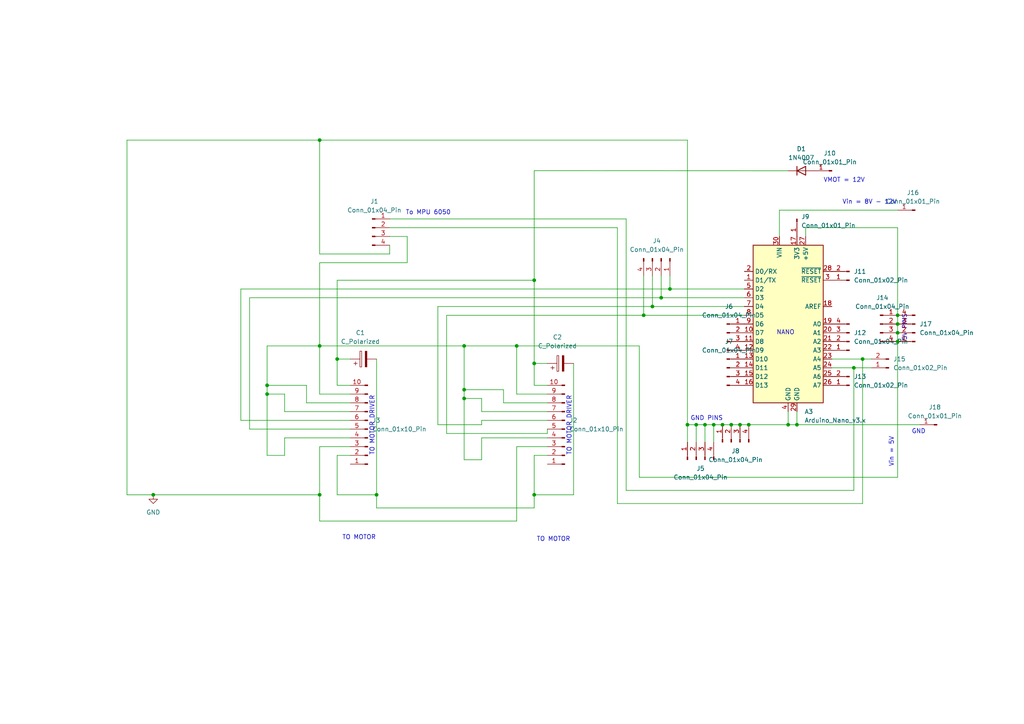
<source format=kicad_sch>
(kicad_sch (version 20231120) (generator "eeschema") (generator_version "8.0")
  (paper "A4")
  (lib_symbols
    (symbol "Connector:Conn_01x01_Pin" (pin_names (offset 1.016) hide)
      (property "Reference" "J" (at 0 2.54 0))
      (property "Value" "Conn_01x01_Pin" (at 0 -2.54 0))
      (symbol "Conn_01x01_Pin_1_1"
        (polyline (pts (xy 1.27 0) (xy 0.8636 0)) (stroke (width 0.1524)))
        (rectangle (start 0.8636 0.127) (end 0 -0.127) (stroke (width 0.1524)) (fill (type outline)))
        (pin passive line (at 5.08 0 180) (length 3.81) (name "Pin_1") (number "1"))
      )
    )
    (symbol "Connector:Conn_01x02_Pin" (pin_names (offset 1.016) hide)
      (property "Reference" "J" (at 0 2.54 0))
      (property "Value" "Conn_01x02_Pin" (at 0 -5.08 0))
      (symbol "Conn_01x02_Pin_1_1"
        (polyline (pts (xy 1.27 -2.54) (xy 0.8636 -2.54)) (stroke (width 0.1524)))
        (polyline (pts (xy 1.27 0) (xy 0.8636 0)) (stroke (width 0.1524)))
        (rectangle (start 0.8636 -2.413) (end 0 -2.667) (stroke (width 0.1524)) (fill (type outline)))
        (rectangle (start 0.8636 0.127) (end 0 -0.127) (stroke (width 0.1524)) (fill (type outline)))
        (pin passive line (at 5.08 0 180) (length 3.81) (name "Pin_1") (number "1"))
        (pin passive line (at 5.08 -2.54 180) (length 3.81) (name "Pin_2") (number "2"))
      )
    )
    (symbol "Connector:Conn_01x04_Pin" (pin_names (offset 1.016) hide)
      (property "Reference" "J" (at 0 5.08 0))
      (property "Value" "Conn_01x04_Pin" (at 0 -7.62 0))
      (symbol "Conn_01x04_Pin_1_1"
        (polyline (pts (xy 1.27 -5.08) (xy 0.8636 -5.08)) (stroke (width 0.1524)))
        (polyline (pts (xy 1.27 -2.54) (xy 0.8636 -2.54)) (stroke (width 0.1524)))
        (polyline (pts (xy 1.27 0) (xy 0.8636 0)) (stroke (width 0.1524)))
        (polyline (pts (xy 1.27 2.54) (xy 0.8636 2.54)) (stroke (width 0.1524)))
        (rectangle (start 0.8636 -4.953) (end 0 -5.207) (stroke (width 0.1524)) (fill (type outline)))
        (rectangle (start 0.8636 -2.413) (end 0 -2.667) (stroke (width 0.1524)) (fill (type outline)))
        (rectangle (start 0.8636 0.127) (end 0 -0.127) (stroke (width 0.1524)) (fill (type outline)))
        (rectangle (start 0.8636 2.667) (end 0 2.413) (stroke (width 0.1524)) (fill (type outline)))
        (pin passive line (at 5.08 2.54 180) (length 3.81) (name "Pin_1") (number "1"))
        (pin passive line (at 5.08 0 180) (length 3.81) (name "Pin_2") (number "2"))
        (pin passive line (at 5.08 -2.54 180) (length 3.81) (name "Pin_3") (number "3"))
        (pin passive line (at 5.08 -5.08 180) (length 3.81) (name "Pin_4") (number "4"))
      )
    )
    (symbol "Connector:Conn_01x10_Pin" (pin_names (offset 1.016) hide)
      (property "Reference" "J" (at 0 12.7 0))
      (property "Value" "Conn_01x10_Pin" (at 0 -15.24 0))
      (symbol "Conn_01x10_Pin_1_1"
        (polyline (pts (xy 1.27 -12.7) (xy 0.8636 -12.7)) (stroke (width 0.1524)))
        (polyline (pts (xy 1.27 -10.16) (xy 0.8636 -10.16)) (stroke (width 0.1524)))
        (polyline (pts (xy 1.27 -7.62) (xy 0.8636 -7.62)) (stroke (width 0.1524)))
        (polyline (pts (xy 1.27 -5.08) (xy 0.8636 -5.08)) (stroke (width 0.1524)))
        (polyline (pts (xy 1.27 -2.54) (xy 0.8636 -2.54)) (stroke (width 0.1524)))
        (polyline (pts (xy 1.27 0) (xy 0.8636 0)) (stroke (width 0.1524)))
        (polyline (pts (xy 1.27 2.54) (xy 0.8636 2.54)) (stroke (width 0.1524)))
        (polyline (pts (xy 1.27 5.08) (xy 0.8636 5.08)) (stroke (width 0.1524)))
        (polyline (pts (xy 1.27 7.62) (xy 0.8636 7.62)) (stroke (width 0.1524)))
        (polyline (pts (xy 1.27 10.16) (xy 0.8636 10.16)) (stroke (width 0.1524)))
        (rectangle (start 0.8636 -12.573) (end 0 -12.827) (stroke (width 0.1524)) (fill (type outline)))
        (rectangle (start 0.8636 -10.033) (end 0 -10.287) (stroke (width 0.1524)) (fill (type outline)))
        (rectangle (start 0.8636 -7.493) (end 0 -7.747) (stroke (width 0.1524)) (fill (type outline)))
        (rectangle (start 0.8636 -4.953) (end 0 -5.207) (stroke (width 0.1524)) (fill (type outline)))
        (rectangle (start 0.8636 -2.413) (end 0 -2.667) (stroke (width 0.1524)) (fill (type outline)))
        (rectangle (start 0.8636 0.127) (end 0 -0.127) (stroke (width 0.1524)) (fill (type outline)))
        (rectangle (start 0.8636 2.667) (end 0 2.413) (stroke (width 0.1524)) (fill (type outline)))
        (rectangle (start 0.8636 5.207) (end 0 4.953) (stroke (width 0.1524)) (fill (type outline)))
        (rectangle (start 0.8636 7.747) (end 0 7.493) (stroke (width 0.1524)) (fill (type outline)))
        (rectangle (start 0.8636 10.287) (end 0 10.033) (stroke (width 0.1524)) (fill (type outline)))
        (pin passive line (at 5.08 10.16 180) (length 3.81) (name "Pin_1") (number "1"))
        (pin passive line (at 5.08 -12.7 180) (length 3.81) (name "Pin_10") (number "10"))
        (pin passive line (at 5.08 7.62 180) (length 3.81) (name "Pin_2") (number "2"))
        (pin passive line (at 5.08 5.08 180) (length 3.81) (name "Pin_3") (number "3"))
        (pin passive line (at 5.08 2.54 180) (length 3.81) (name "Pin_4") (number "4"))
        (pin passive line (at 5.08 0 180) (length 3.81) (name "Pin_5") (number "5"))
        (pin passive line (at 5.08 -2.54 180) (length 3.81) (name "Pin_6") (number "6"))
        (pin passive line (at 5.08 -5.08 180) (length 3.81) (name "Pin_7") (number "7"))
        (pin passive line (at 5.08 -7.62 180) (length 3.81) (name "Pin_8") (number "8"))
        (pin passive line (at 5.08 -10.16 180) (length 3.81) (name "Pin_9") (number "9"))
      )
    )
    (symbol "Device:C_Polarized" (pin_numbers hide) (pin_names (offset 0.254))
      (property "Reference" "C" (at 0.635 2.54 0))
      (property "Value" "C_Polarized" (at 0.635 -2.54 0))
      (symbol "C_Polarized_0_1"
        (rectangle (start -2.286 0.508) (end 2.286 1.016))
        (polyline (pts (xy -1.778 2.286) (xy -0.762 2.286)))
        (polyline (pts (xy -1.27 2.794) (xy -1.27 1.778)))
        (rectangle (start 2.286 -0.508) (end -2.286 -1.016) (fill (type outline)))
      )
      (symbol "C_Polarized_1_1"
        (pin passive line (at 0 3.81 270) (length 2.794) (name "~") (number "1"))
        (pin passive line (at 0 -3.81 90) (length 2.794) (name "~") (number "2"))
      )
    )
    (symbol "Diode:1N4007" (pin_numbers hide) (pin_names hide)
      (property "Reference" "D" (at 0 2.54 0))
      (property "Value" "1N4007" (at 0 -2.54 0))
      (symbol "1N4007_0_1"
        (polyline (pts (xy -1.27 1.27) (xy -1.27 -1.27)) (stroke (width 0.254)))
        (polyline (pts (xy 1.27 0) (xy -1.27 0)))
        (polyline (pts (xy 1.27 1.27) (xy 1.27 -1.27) (xy -1.27 0) (xy 1.27 1.27)) (stroke (width 0.254)))
      )
      (symbol "1N4007_1_1"
        (pin passive line (at -3.81 0 0) (length 2.54) (name "K") (number "1"))
        (pin passive line (at 3.81 0 180) (length 2.54) (name "A") (number "2"))
      )
    )
    (symbol "MCU_Module:Arduino_Nano_v3.x"
      (property "Reference" "A" (at -10.16 23.495 0))
      (property "Value" "Arduino_Nano_v3.x" (at 5.08 -24.13 0))
      (symbol "Arduino_Nano_v3.x_0_1"
        (rectangle (start -10.16 22.86) (end 10.16 -22.86) (stroke (width 0.254)) (fill (type background)))
      )
      (symbol "Arduino_Nano_v3.x_1_1"
        (pin bidirectional line (at -12.7 12.7 0) (length 2.54) (name "D1/TX") (number "1"))
        (pin bidirectional line (at -12.7 -2.54 0) (length 2.54) (name "D7") (number "10"))
        (pin bidirectional line (at -12.7 -5.08 0) (length 2.54) (name "D8") (number "11"))
        (pin bidirectional line (at -12.7 -7.62 0) (length 2.54) (name "D9") (number "12"))
        (pin bidirectional line (at -12.7 -10.16 0) (length 2.54) (name "D10") (number "13"))
        (pin bidirectional line (at -12.7 -12.7 0) (length 2.54) (name "D11") (number "14"))
        (pin bidirectional line (at -12.7 -15.24 0) (length 2.54) (name "D12") (number "15"))
        (pin bidirectional line (at -12.7 -17.78 0) (length 2.54) (name "D13") (number "16"))
        (pin power_out line (at 2.54 25.4 270) (length 2.54) (name "3V3") (number "17"))
        (pin input line (at 12.7 5.08 180) (length 2.54) (name "AREF") (number "18"))
        (pin bidirectional line (at 12.7 0 180) (length 2.54) (name "A0") (number "19"))
        (pin bidirectional line (at -12.7 15.24 0) (length 2.54) (name "D0/RX") (number "2"))
        (pin bidirectional line (at 12.7 -2.54 180) (length 2.54) (name "A1") (number "20"))
        (pin bidirectional line (at 12.7 -5.08 180) (length 2.54) (name "A2") (number "21"))
        (pin bidirectional line (at 12.7 -7.62 180) (length 2.54) (name "A3") (number "22"))
        (pin bidirectional line (at 12.7 -10.16 180) (length 2.54) (name "A4") (number "23"))
        (pin bidirectional line (at 12.7 -12.7 180) (length 2.54) (name "A5") (number "24"))
        (pin bidirectional line (at 12.7 -15.24 180) (length 2.54) (name "A6") (number "25"))
        (pin bidirectional line (at 12.7 -17.78 180) (length 2.54) (name "A7") (number "26"))
        (pin power_out line (at 5.08 25.4 270) (length 2.54) (name "+5V") (number "27"))
        (pin input line (at 12.7 15.24 180) (length 2.54) (name "~{RESET}") (number "28"))
        (pin power_in line (at 2.54 -25.4 90) (length 2.54) (name "GND") (number "29"))
        (pin input line (at 12.7 12.7 180) (length 2.54) (name "~{RESET}") (number "3"))
        (pin power_in line (at -2.54 25.4 270) (length 2.54) (name "VIN") (number "30"))
        (pin power_in line (at 0 -25.4 90) (length 2.54) (name "GND") (number "4"))
        (pin bidirectional line (at -12.7 10.16 0) (length 2.54) (name "D2") (number "5"))
        (pin bidirectional line (at -12.7 7.62 0) (length 2.54) (name "D3") (number "6"))
        (pin bidirectional line (at -12.7 5.08 0) (length 2.54) (name "D4") (number "7"))
        (pin bidirectional line (at -12.7 2.54 0) (length 2.54) (name "D5") (number "8"))
        (pin bidirectional line (at -12.7 0 0) (length 2.54) (name "D6") (number "9"))
      )
    )
    (symbol "power:GND" (power) (pin_numbers hide) (pin_names (offset 0) hide)
      (property "Value" "GND" (at 0 -3.81 0))
      (symbol "GND_0_1"
        (polyline (pts (xy 0 0) (xy 0 -1.27) (xy 1.27 -1.27) (xy 0 -2.54) (xy -1.27 -1.27) (xy 0 -1.27)))
      )
      (symbol "GND_1_1"
        (pin power_in line (at 0 0 270) (length 0) (name "~") (number "1"))
      )
    )
  )
  (junction (at 92.71 100.33))
  (junction (at 191.77 86.36))
  (junction (at 189.23 88.9))
  (junction (at 260.35 93.98))
  (junction (at 77.47 111.76))
  (junction (at 260.35 91.44))
  (junction (at 217.17 123.19))
  (junction (at 228.6 123.19))
  (junction (at 260.35 96.52))
  (junction (at 209.55 123.19))
  (junction (at 204.47 123.19))
  (junction (at 77.47 114.3))
  (junction (at 134.62 113.03))
  (junction (at 97.79 104.14))
  (junction (at 247.65 106.68))
  (junction (at 250.19 104.14))
  (junction (at 92.71 40.64))
  (junction (at 186.69 91.44))
  (junction (at 149.86 100.33))
  (junction (at 194.31 83.82))
  (junction (at 201.93 123.19))
  (junction (at 44.45 143.51))
  (junction (at 154.94 143.51))
  (junction (at 109.22 143.51))
  (junction (at 260.35 99.06))
  (junction (at 154.94 105.41))
  (junction (at 231.14 123.19))
  (junction (at 134.62 115.57))
  (junction (at 207.01 123.19))
  (junction (at 134.62 100.33))
  (junction (at 92.71 143.51))
  (junction (at 214.63 123.19))
  (junction (at 154.94 81.28))
  (junction (at 212.09 123.19))
  (junction (at 199.39 123.19))
  (wire (pts (xy 191.77 80.01) (xy 191.77 86.36)))
  (wire (pts (xy 92.71 100.33) (xy 134.62 100.33)))
  (wire (pts (xy 166.37 143.51) (xy 154.94 143.51)))
  (wire (pts (xy 72.39 86.36) (xy 72.39 124.46)))
  (wire (pts (xy 97.79 132.08) (xy 97.79 143.51)))
  (wire (pts (xy 250.19 146.05) (xy 179.07 146.05)))
  (wire (pts (xy 241.3 106.68) (xy 247.65 106.68)))
  (wire (pts (xy 134.62 113.03) (xy 146.05 113.03)))
  (wire (pts (xy 179.07 146.05) (xy 179.07 66.04)))
  (wire (pts (xy 88.9 116.84) (xy 101.6 116.84)))
  (wire (pts (xy 92.71 129.54) (xy 92.71 143.51)))
  (wire (pts (xy 209.55 123.19) (xy 212.09 123.19)))
  (wire (pts (xy 212.09 123.19) (xy 214.63 123.19)))
  (wire (pts (xy 207.01 123.19) (xy 207.01 128.27)))
  (wire (pts (xy 97.79 104.14) (xy 101.6 104.14)))
  (wire (pts (xy 260.35 99.06) (xy 260.35 138.43)))
  (wire (pts (xy 92.71 76.2) (xy 118.11 76.2)))
  (wire (pts (xy 139.7 123.19) (xy 139.7 121.92)))
  (wire (pts (xy 158.75 111.76) (xy 154.94 111.76)))
  (wire (pts (xy 154.94 81.28) (xy 154.94 105.41)))
  (wire (pts (xy 139.7 127) (xy 158.75 127)))
  (wire (pts (xy 36.83 143.51) (xy 44.45 143.51)))
  (wire (pts (xy 260.35 91.44) (xy 260.35 93.98)))
  (wire (pts (xy 134.62 115.57) (xy 134.62 133.35)))
  (wire (pts (xy 149.86 114.3) (xy 158.75 114.3)))
  (wire (pts (xy 134.62 100.33) (xy 149.86 100.33)))
  (wire (pts (xy 149.86 100.33) (xy 149.86 114.3)))
  (wire (pts (xy 158.75 125.73) (xy 158.75 124.46)))
  (wire (pts (xy 146.05 116.84) (xy 158.75 116.84)))
  (wire (pts (xy 185.42 138.43) (xy 260.35 138.43)))
  (wire (pts (xy 97.79 111.76) (xy 97.79 104.14)))
  (wire (pts (xy 260.35 96.52) (xy 260.35 99.06)))
  (wire (pts (xy 250.19 104.14) (xy 252.73 104.14)))
  (wire (pts (xy 247.65 106.68) (xy 247.65 142.24)))
  (wire (pts (xy 228.6 123.19) (xy 228.6 119.38)))
  (wire (pts (xy 250.19 104.14) (xy 250.19 146.05)))
  (wire (pts (xy 247.65 106.68) (xy 252.73 106.68)))
  (wire (pts (xy 217.17 123.19) (xy 228.6 123.19)))
  (wire (pts (xy 260.35 93.98) (xy 260.35 96.52)))
  (wire (pts (xy 82.55 132.08) (xy 82.55 127)))
  (wire (pts (xy 181.61 63.5) (xy 113.03 63.5)))
  (wire (pts (xy 36.83 40.64) (xy 36.83 143.51)))
  (wire (pts (xy 226.06 60.96) (xy 260.35 60.96)))
  (wire (pts (xy 109.22 104.14) (xy 109.22 143.51)))
  (wire (pts (xy 92.71 151.13) (xy 149.86 151.13)))
  (wire (pts (xy 166.37 105.41) (xy 166.37 143.51)))
  (wire (pts (xy 92.71 40.64) (xy 92.71 73.66)))
  (wire (pts (xy 82.55 127) (xy 101.6 127)))
  (wire (pts (xy 139.7 119.38) (xy 158.75 119.38)))
  (wire (pts (xy 77.47 114.3) (xy 77.47 132.08)))
  (wire (pts (xy 191.77 86.36) (xy 215.9 86.36)))
  (wire (pts (xy 92.71 129.54) (xy 101.6 129.54)))
  (wire (pts (xy 189.23 80.01) (xy 189.23 88.9)))
  (wire (pts (xy 231.14 123.19) (xy 231.14 119.38)))
  (wire (pts (xy 149.86 100.33) (xy 185.42 100.33)))
  (wire (pts (xy 97.79 143.51) (xy 109.22 143.51)))
  (wire (pts (xy 101.6 111.76) (xy 97.79 111.76)))
  (wire (pts (xy 72.39 86.36) (xy 191.77 86.36)))
  (wire (pts (xy 109.22 147.32) (xy 154.94 147.32)))
  (wire (pts (xy 233.68 68.58) (xy 233.68 66.04)))
  (wire (pts (xy 118.11 68.58) (xy 113.03 68.58)))
  (wire (pts (xy 127 88.9) (xy 127 123.19)))
  (wire (pts (xy 77.47 111.76) (xy 88.9 111.76)))
  (wire (pts (xy 82.55 119.38) (xy 101.6 119.38)))
  (wire (pts (xy 134.62 113.03) (xy 134.62 115.57)))
  (wire (pts (xy 69.85 83.82) (xy 194.31 83.82)))
  (wire (pts (xy 233.68 66.04) (xy 260.35 66.04)))
  (wire (pts (xy 226.06 68.58) (xy 226.06 60.96)))
  (wire (pts (xy 189.23 88.9) (xy 215.9 88.9)))
  (wire (pts (xy 231.14 123.19) (xy 266.7 123.19)))
  (wire (pts (xy 201.93 123.19) (xy 204.47 123.19)))
  (wire (pts (xy 72.39 124.46) (xy 101.6 124.46)))
  (wire (pts (xy 92.71 100.33) (xy 92.71 114.3)))
  (wire (pts (xy 154.94 147.32) (xy 154.94 143.51)))
  (wire (pts (xy 185.42 100.33) (xy 185.42 138.43)))
  (wire (pts (xy 139.7 115.57) (xy 139.7 119.38)))
  (wire (pts (xy 127 88.9) (xy 189.23 88.9)))
  (wire (pts (xy 113.03 71.12) (xy 113.03 73.66)))
  (wire (pts (xy 186.69 80.01) (xy 186.69 91.44)))
  (wire (pts (xy 154.94 105.41) (xy 158.75 105.41)))
  (wire (pts (xy 101.6 114.3) (xy 92.71 114.3)))
  (wire (pts (xy 186.69 91.44) (xy 215.9 91.44)))
  (wire (pts (xy 92.71 40.64) (xy 199.39 40.64)))
  (wire (pts (xy 92.71 73.66) (xy 113.03 73.66)))
  (wire (pts (xy 199.39 40.64) (xy 199.39 123.19)))
  (wire (pts (xy 69.85 121.92) (xy 101.6 121.92)))
  (wire (pts (xy 146.05 113.03) (xy 146.05 116.84)))
  (wire (pts (xy 82.55 114.3) (xy 82.55 119.38)))
  (wire (pts (xy 92.71 76.2) (xy 92.71 100.33)))
  (wire (pts (xy 97.79 81.28) (xy 154.94 81.28)))
  (wire (pts (xy 129.54 125.73) (xy 158.75 125.73)))
  (wire (pts (xy 118.11 76.2) (xy 118.11 68.58)))
  (wire (pts (xy 181.61 142.24) (xy 181.61 63.5)))
  (wire (pts (xy 88.9 111.76) (xy 88.9 116.84)))
  (wire (pts (xy 207.01 123.19) (xy 209.55 123.19)))
  (wire (pts (xy 149.86 129.54) (xy 149.86 151.13)))
  (wire (pts (xy 139.7 121.92) (xy 158.75 121.92)))
  (wire (pts (xy 201.93 123.19) (xy 201.93 128.27)))
  (wire (pts (xy 134.62 100.33) (xy 134.62 113.03)))
  (wire (pts (xy 97.79 104.14) (xy 97.79 81.28)))
  (wire (pts (xy 204.47 123.19) (xy 207.01 123.19)))
  (wire (pts (xy 82.55 132.08) (xy 77.47 132.08)))
  (wire (pts (xy 69.85 83.82) (xy 69.85 121.92)))
  (wire (pts (xy 154.94 49.4968) (xy 228.6 49.53)))
  (wire (pts (xy 129.54 91.44) (xy 186.69 91.44)))
  (wire (pts (xy 92.71 100.33) (xy 77.47 100.33)))
  (wire (pts (xy 139.7 115.57) (xy 134.62 115.57)))
  (wire (pts (xy 247.65 142.24) (xy 181.61 142.24)))
  (wire (pts (xy 158.75 132.08) (xy 154.94 132.08)))
  (wire (pts (xy 199.39 123.19) (xy 201.93 123.19)))
  (wire (pts (xy 134.62 133.35) (xy 139.7 133.35)))
  (wire (pts (xy 109.22 143.51) (xy 109.22 147.32)))
  (wire (pts (xy 228.6 123.19) (xy 231.14 123.19)))
  (wire (pts (xy 92.71 143.51) (xy 92.71 151.13)))
  (wire (pts (xy 194.31 83.82) (xy 215.9 83.82)))
  (wire (pts (xy 129.54 91.44) (xy 129.54 125.73)))
  (wire (pts (xy 139.7 133.35) (xy 139.7 127)))
  (wire (pts (xy 204.47 123.19) (xy 204.47 128.27)))
  (wire (pts (xy 127 123.19) (xy 139.7 123.19)))
  (wire (pts (xy 77.47 100.33) (xy 77.47 111.76)))
  (wire (pts (xy 154.94 111.76) (xy 154.94 105.41)))
  (wire (pts (xy 36.83 40.64) (xy 92.71 40.64)))
  (wire (pts (xy 214.63 123.19) (xy 217.17 123.19)))
  (wire (pts (xy 241.3 104.14) (xy 250.19 104.14)))
  (wire (pts (xy 77.47 114.3) (xy 82.55 114.3)))
  (wire (pts (xy 154.94 81.28) (xy 154.94 49.4968)))
  (wire (pts (xy 77.47 111.76) (xy 77.47 114.3)))
  (wire (pts (xy 260.35 66.04) (xy 260.35 91.44)))
  (wire (pts (xy 101.6 132.08) (xy 97.79 132.08)))
  (wire (pts (xy 194.31 80.01) (xy 194.31 83.82)))
  (wire (pts (xy 179.07 66.04) (xy 113.03 66.04)))
  (wire (pts (xy 158.75 129.54) (xy 149.86 129.54)))
  (wire (pts (xy 199.39 123.19) (xy 199.39 128.27)))
  (wire (pts (xy 44.45 143.51) (xy 92.71 143.51)))
  (wire (pts (xy 154.94 132.08) (xy 154.94 143.51)))
  (text "5V PINS\n" (at 262.382 94.996 90) (effects (font (size 1.27 1.27))))
  (text "TO MOTOR\n" (at 160.528 156.464 0) (effects (font (size 1.27 1.27))))
  (text "TO MOTOR DRIVER\n" (at 165.1 123.444 90) (effects (font (size 1.27 1.27))))
  (text "VMOT = 12V" (at 244.856 52.324 0) (effects (font (size 1.27 1.27))))
  (text "Vin = 5V\n" (at 258.572 131.064 90) (effects (font (size 1.27 1.27))))
  (text "GND PINS\n" (at 204.978 121.412 0) (effects (font (size 1.27 1.27))))
  (text "GND\n" (at 266.446 125.222 0) (effects (font (size 1.27 1.27))))
  (text "NANO\n" (at 227.838 96.52 0) (effects (font (size 1.27 1.27))))
  (text "Vin = 8V - 12V\n" (at 252.222 58.674 0) (effects (font (size 1.27 1.27))))
  (text "TO MOTOR DRIVER" (at 107.95 123.444 90) (effects (font (size 1.27 1.27))))
  (text "TO MOTOR\n" (at 104.14 155.956 0) (effects (font (size 1.27 1.27))))
  (text "To MPU 6050" (at 124.206 61.722 0) (effects (font (size 1.27 1.27))))
  (symbol (lib_id "Connector:Conn_01x02_Pin") (at 246.38 81.28 180) (unit 1)
    (property "Reference" "J11" (at 247.65 78.7399 0) (effects (justify right)))
    (property "Value" "Conn_01x02_Pin" (at 247.65 81.2799 0) (effects (justify right)))
    (property "Footprint" "Connector_PinHeader_1.00mm:PinHeader_1x02_P1.00mm_Vertical" (effects (hide yes)))
    (property "Description" "Generic connector, single row, 01x02, script generated" (effects (hide yes)))
  )
  (symbol (lib_id "Connector:Conn_01x04_Pin") (at 191.77 74.93 270) (unit 1)
    (property "Reference" "J4" (at 190.5 69.85 90))
    (property "Value" "Conn_01x04_Pin" (at 190.5 72.39 90))
    (property "Footprint" "Connector_PinHeader_1.00mm:PinHeader_1x04_P1.00mm_Vertical" (effects (hide yes)))
    (property "Description" "Generic connector, single row, 01x04, script generated" (effects (hide yes)))
  )
  (symbol (lib_id "Connector:Conn_01x04_Pin") (at 255.27 93.98 0) (unit 1)
    (property "Reference" "J14" (at 255.905 86.36 0))
    (property "Value" "Conn_01x04_Pin" (at 255.905 88.9 0))
    (property "Footprint" "Connector_PinHeader_1.00mm:PinHeader_1x04_P1.00mm_Vertical" (effects (hide yes)))
    (property "Description" "Generic connector, single row, 01x04, script generated" (effects (hide yes)))
  )
  (symbol (lib_id "Connector:Conn_01x02_Pin") (at 257.81 106.68 180) (unit 1)
    (property "Reference" "J15" (at 259.08 104.1399 0) (effects (justify right)))
    (property "Value" "Conn_01x02_Pin" (at 259.08 106.6799 0) (effects (justify right)))
    (property "Footprint" "Connector_PinHeader_1.00mm:PinHeader_1x02_P1.00mm_Vertical" (effects (hide yes)))
    (property "Description" "Generic connector, single row, 01x02, script generated" (effects (hide yes)))
  )
  (symbol (lib_id "Connector:Conn_01x04_Pin") (at 210.82 96.52 0) (unit 1)
    (property "Reference" "J6" (at 211.455 88.9 0))
    (property "Value" "Conn_01x04_Pin" (at 211.455 91.44 0))
    (property "Footprint" "Connector_PinHeader_1.00mm:PinHeader_1x04_P1.00mm_Vertical" (effects (hide yes)))
    (property "Description" "Generic connector, single row, 01x04, script generated" (effects (hide yes)))
  )
  (symbol (lib_id "Connector:Conn_01x10_Pin") (at 106.68 124.46 180) (unit 1)
    (property "Reference" "J3" (at 107.95 121.9199 0) (effects (justify right)))
    (property "Value" "Conn_01x10_Pin" (at 107.95 124.4599 0) (effects (justify right)))
    (property "Footprint" "Connector_PinHeader_1.00mm:PinHeader_1x10_P1.00mm_Vertical" (effects (hide yes)))
    (property "Description" "Generic connector, single row, 01x10, script generated" (effects (hide yes)))
  )
  (symbol (lib_id "Connector:Conn_01x04_Pin") (at 107.95 66.04 0) (unit 1)
    (property "Reference" "J1" (at 108.585 58.42 0))
    (property "Value" "Conn_01x04_Pin" (at 108.585 60.96 0))
    (property "Footprint" "Connector_PinHeader_1.00mm:PinHeader_1x04_P1.00mm_Vertical" (effects (hide yes)))
    (property "Description" "Generic connector, single row, 01x04, script generated" (effects (hide yes)))
  )
  (symbol (lib_id "Connector:Conn_01x10_Pin") (at 163.83 124.46 180) (unit 1)
    (property "Reference" "J2" (at 165.1 121.9199 0) (effects (justify right)))
    (property "Value" "Conn_01x10_Pin" (at 165.1 124.4599 0) (effects (justify right)))
    (property "Footprint" "Connector_PinHeader_1.00mm:PinHeader_1x10_P1.00mm_Vertical" (effects (hide yes)))
    (property "Description" "Generic connector, single row, 01x10, script generated" (effects (hide yes)))
  )
  (symbol (lib_id "Diode:1N4007") (at 232.41 49.53 0) (unit 1)
    (property "Reference" "D1" (at 232.41 43.18 0))
    (property "Value" "1N4007" (at 232.41 45.72 0))
    (property "Footprint" "Diode_THT:D_DO-41_SOD81_P10.16mm_Horizontal" (effects (hide yes)))
    (property "Datasheet" "http://www.vishay.com/docs/88503/1n4001.pdf" (effects (hide yes)))
    (property "Description" "1000V 1A General Purpose Rectifier Diode, DO-41" (effects (hide yes)))
    (property "Sim.Device" "D" (effects (hide yes)))
    (property "Sim.Pins" "1=K 2=A" (effects (hide yes)))
  )
  (symbol (lib_id "power:GND") (at 44.45 143.51 0) (unit 1)
    (property "Reference" "#PWR01" (effects (hide yes)))
    (property "Value" "GND" (at 44.45 148.59 0))
    (property "Description" "Power symbol creates a global label with name \"GND\" , ground" (effects (hide yes)))
  )
  (symbol (lib_id "Connector:Conn_01x04_Pin") (at 212.09 128.27 90) (unit 1)
    (property "Reference" "J8" (at 213.36 130.81 90))
    (property "Value" "Conn_01x04_Pin" (at 213.36 133.35 90))
    (property "Footprint" "Connector_PinHeader_1.00mm:PinHeader_1x04_P1.00mm_Vertical" (effects (hide yes)))
    (property "Description" "Generic connector, single row, 01x04, script generated" (effects (hide yes)))
  )
  (symbol (lib_id "Connector:Conn_01x01_Pin") (at 241.3 49.53 180) (unit 1)
    (property "Reference" "J10" (at 240.665 44.45 0))
    (property "Value" "Conn_01x01_Pin" (at 240.665 46.99 0))
    (property "Footprint" "Connector_PinHeader_1.00mm:PinHeader_1x01_P1.00mm_Vertical" (effects (hide yes)))
    (property "Description" "Generic connector, single row, 01x01, script generated" (effects (hide yes)))
  )
  (symbol (lib_id "Connector:Conn_01x01_Pin") (at 271.78 123.19 180) (unit 1)
    (property "Reference" "J18" (at 271.145 118.11 0))
    (property "Value" "Conn_01x01_Pin" (at 271.145 120.65 0))
    (property "Footprint" "Connector_PinHeader_1.00mm:PinHeader_1x01_P1.00mm_Vertical" (effects (hide yes)))
    (property "Description" "Generic connector, single row, 01x01, script generated" (effects (hide yes)))
  )
  (symbol (lib_id "Device:C_Polarized") (at 162.56 105.41 90) (unit 1)
    (property "Reference" "C2" (at 161.671 97.79 90))
    (property "Value" "C_Polarized" (at 161.671 100.33 90))
    (property "Footprint" "LED_THT:LED_Rectangular_W5.0mm_H2.0mm_Horizontal_O1.27mm_Z3.0mm" (effects (hide yes)))
    (property "Description" "Polarized capacitor" (effects (hide yes)))
  )
  (symbol (lib_id "Connector:Conn_01x01_Pin") (at 265.43 60.96 180) (unit 1)
    (property "Reference" "J16" (at 264.795 55.88 0))
    (property "Value" "Conn_01x01_Pin" (at 264.795 58.42 0))
    (property "Footprint" "Connector_PinHeader_1.00mm:PinHeader_1x01_P1.00mm_Vertical" (effects (hide yes)))
    (property "Description" "Generic connector, single row, 01x01, script generated" (effects (hide yes)))
  )
  (symbol (lib_id "Connector:Conn_01x04_Pin") (at 246.38 99.06 180) (unit 1)
    (property "Reference" "J12" (at 247.65 96.5199 0) (effects (justify right)))
    (property "Value" "Conn_01x04_Pin" (at 247.65 99.0599 0) (effects (justify right)))
    (property "Footprint" "Connector_PinHeader_1.00mm:PinHeader_1x04_P1.00mm_Vertical" (effects (hide yes)))
    (property "Description" "Generic connector, single row, 01x04, script generated" (effects (hide yes)))
  )
  (symbol (lib_id "Connector:Conn_01x04_Pin") (at 201.93 133.35 90) (unit 1)
    (property "Reference" "J5" (at 203.2 135.89 90))
    (property "Value" "Conn_01x04_Pin" (at 203.2 138.43 90))
    (property "Footprint" "Connector_PinHeader_1.00mm:PinHeader_1x04_P1.00mm_Vertical" (effects (hide yes)))
    (property "Description" "Generic connector, single row, 01x04, script generated" (effects (hide yes)))
  )
  (symbol (lib_id "Connector:Conn_01x04_Pin") (at 210.82 106.68 0) (unit 1)
    (property "Reference" "J7" (at 211.455 99.06 0))
    (property "Value" "Conn_01x04_Pin" (at 211.455 101.6 0))
    (property "Footprint" "Connector_PinHeader_1.00mm:PinHeader_1x04_P1.00mm_Vertical" (effects (hide yes)))
    (property "Description" "Generic connector, single row, 01x04, script generated" (effects (hide yes)))
  )
  (symbol (lib_id "Connector:Conn_01x04_Pin") (at 265.43 96.52 180) (unit 1)
    (property "Reference" "J17" (at 266.7 93.9799 0) (effects (justify right)))
    (property "Value" "Conn_01x04_Pin" (at 266.7 96.5199 0) (effects (justify right)))
    (property "Footprint" "Connector_PinHeader_1.00mm:PinHeader_1x04_P1.00mm_Vertical" (effects (hide yes)))
    (property "Description" "Generic connector, single row, 01x04, script generated" (effects (hide yes)))
  )
  (symbol (lib_id "MCU_Module:Arduino_Nano_v3.x") (at 228.6 93.98 0) (unit 1)
    (property "Reference" "A3" (at 233.3341 119.38 0) (effects (justify left)))
    (property "Value" "Arduino_Nano_v3.x" (at 233.3341 121.92 0) (effects (justify left)))
    (property "Footprint" "Module:Arduino_Nano" (effects (hide yes)))
    (property "Datasheet" "http://www.mouser.com/pdfdocs/Gravitech_Arduino_Nano3_0.pdf" (effects (hide yes)))
    (property "Description" "Arduino Nano v3.x" (effects (hide yes)))
  )
  (symbol (lib_id "Device:C_Polarized") (at 105.41 104.14 90) (unit 1)
    (property "Reference" "C1" (at 104.521 96.52 90))
    (property "Value" "C_Polarized" (at 104.521 99.06 90))
    (property "Footprint" "LED_THT:LED_Rectangular_W5.0mm_H2.0mm_Horizontal_O1.27mm_Z3.0mm" (effects (hide yes)))
    (property "Description" "Polarized capacitor" (effects (hide yes)))
  )
  (symbol (lib_id "Connector:Conn_01x01_Pin") (at 231.14 63.5 270) (unit 1)
    (property "Reference" "J9" (at 232.41 62.8649 90) (effects (justify left)))
    (property "Value" "Conn_01x01_Pin" (at 232.41 65.4049 90) (effects (justify left)))
    (property "Footprint" "Connector_PinHeader_1.00mm:PinHeader_1x01_P1.00mm_Vertical" (effects (hide yes)))
    (property "Description" "Generic connector, single row, 01x01, script generated" (effects (hide yes)))
  )
  (symbol (lib_id "Connector:Conn_01x02_Pin") (at 246.38 111.76 180) (unit 1)
    (property "Reference" "J13" (at 247.65 109.2199 0) (effects (justify right)))
    (property "Value" "Conn_01x02_Pin" (at 247.65 111.7599 0) (effects (justify right)))
    (property "Footprint" "Connector_PinHeader_1.00mm:PinHeader_1x02_P1.00mm_Vertical" (effects (hide yes)))
    (property "Description" "Generic connector, single row, 01x02, script generated" (effects (hide yes)))
  )
)
</source>
